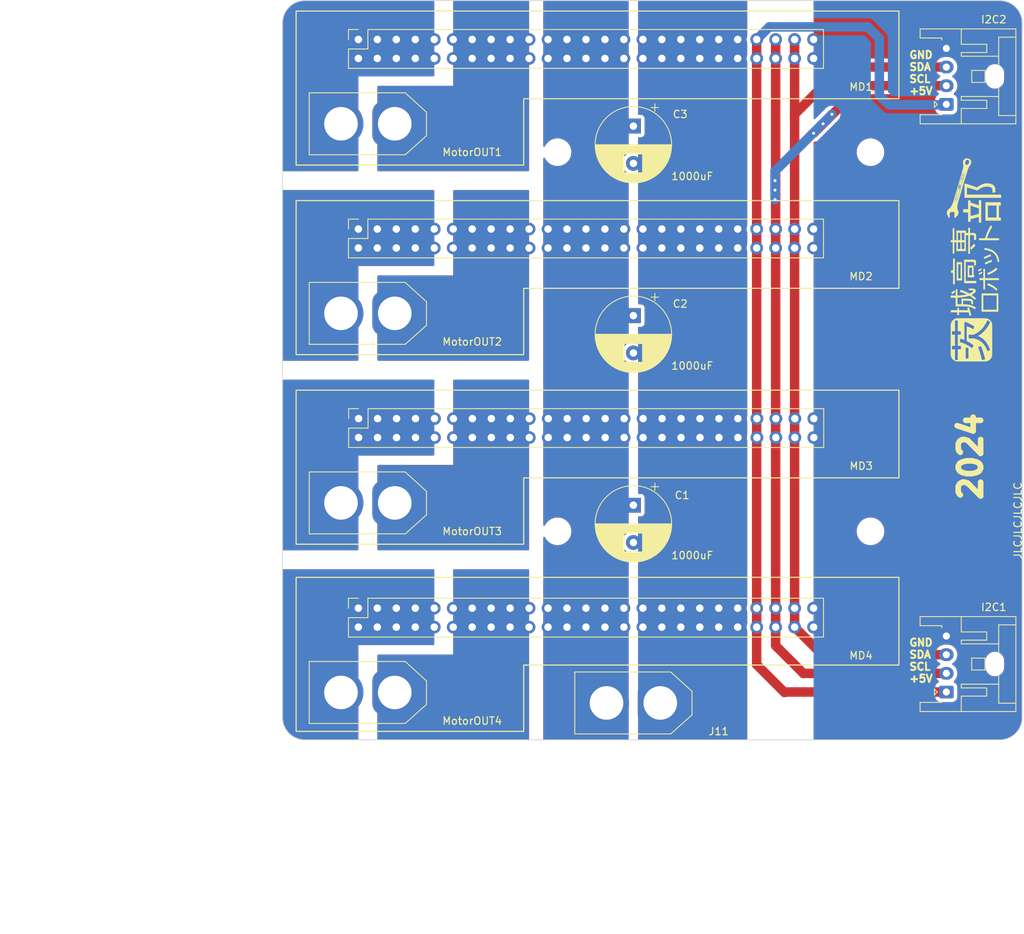
<source format=kicad_pcb>
(kicad_pcb (version 20221018) (generator pcbnew)
  (layers (0 "F.Cu" signal) (31 "B.Cu" signal) (34 "B.Paste" user) (35 "F.Paste" user) (36 "B.SilkS" user "B.Silkscreen") (37 "F.SilkS" user "F.Silkscreen") (38 "B.Mask" user) (39 "F.Mask" user) (44 "Edge.Cuts" user))
  (net 0 "")
  (net 1 "Motor_1A")
  (net 2 "Motor_1B")
  (net 3 "Motor_2A")
  (net 4 "Motor_2B")
  (net 5 "Motor_3A")
  (net 6 "Motor_3B")
  (net 7 "Motor_4A")
  (net 8 "Motor_4B")
  (net 9 "+5V")
  (net 10 "GND")
  (net 11 "+12V")
  (net 12 "GNDPWR")
  (net 13 "SDA")
  (net 14 "SCL")
  (footprint "Connector_JST:JST_XA_S04B-XASK-1_1x04_P2.50mm_Horizontal" (layer "F.Cu") (at 181.691323 68.52 90)
    (fp_text reference "I2C2" (at 11.37 6.35 180) (layer "F.SilkS"))
    (fp_text value "S04B")
    (pad "" np_thru_hole oval (at 3.75 6.5 90) (size 2.8 2) (drill oval 2.8 2) (layers "*.Cu" "*.Mask"))
    (pad "1" thru_hole roundrect (at 0 0 90) (size 1.7 1.95) (drill 0.95) (layers "*.Cu" "*.Mask") (roundrect_rratio 0.1470588235) (net 9 "+5V"))
    (pad "2" thru_hole oval (at 2.5 0 90) (size 1.7 1.95) (drill 0.95) (layers "*.Cu" "*.Mask") (net 14 "SCL"))
    (pad "3" thru_hole oval (at 5 0 90) (size 1.7 1.95) (drill 0.95) (layers "*.Cu" "*.Mask") (net 13 "SDA"))
    (pad "4" thru_hole oval (at 7.5 0 90) (size 1.7 1.95) (drill 0.95) (layers "*.Cu" "*.Mask") (net 10 "GND"))
  )
  (footprint "MountingHole:MountingHole_3.2mm_M3" (layer "F.Cu") (at 129.621323 125.73)
    (fp_text reference "REF**" hide)
    (fp_text value "MountingHole_3.2mm_M3")
    (pad "" np_thru_hole circle (at 0 0) (size 3.2 3.2) (drill 3.2) (layers "F&B.Cu" "*.Mask"))
  )
  (footprint "Connector_AMASS:AMASS_XT60-F_1x02_P7.20mm_Vertical" (layer "F.Cu") (at 107.821323 121.92 180)
    (fp_text reference "MotorOUT3" (at -10.37 -3.81) (layer "F.SilkS"))
    (fp_text value "XT60")
    (pad "1" thru_hole roundrect (at 0 0 180) (size 6 6) (drill 4.5) (layers "*.Cu" "*.Mask") (net 6 "Motor_3B"))
    (pad "2" thru_hole circle (at 7.2 0 180) (size 6 6) (drill 4.5) (layers "*.Cu" "*.Mask") (net 5 "Motor_3A"))
  )
  (footprint "Connector_PinSocket_2.54mm:PinSocket_2x25_P2.54mm_Vertical" (layer "F.Cu") (at 102.981323 110.624677 90)
    (fp_text reference "MD3" (at -6.35 67.31) (layer "F.SilkS"))
    (fp_text value "XG4A-5071")
    (pad "1" thru_hole rect (at 0 0 90) (size 1.7 1.7) (drill 1) (layers "*.Cu" "*.Mask") (net 5 "Motor_3A"))
    (pad "2" thru_hole oval (at -2.54 0 90) (size 1.7 1.7) (drill 1) (layers "*.Cu" "*.Mask") (net 5 "Motor_3A"))
    (pad "3" thru_hole oval (at 0 2.54 90) (size 1.7 1.7) (drill 1) (layers "*.Cu" "*.Mask") (net 5 "Motor_3A"))
    (pad "4" thru_hole oval (at -2.54 2.54 90) (size 1.7 1.7) (drill 1) (layers "*.Cu" "*.Mask") (net 5 "Motor_3A"))
    (pad "5" thru_hole oval (at 0 5.08 90) (size 1.7 1.7) (drill 1) (layers "*.Cu" "*.Mask") (net 5 "Motor_3A"))
    (pad "6" thru_hole oval (at -2.54 5.08 90) (size 1.7 1.7) (drill 1) (layers "*.Cu" "*.Mask") (net 5 "Motor_3A"))
    (pad "7" thru_hole oval (at 0 7.62 90) (size 1.7 1.7) (drill 1) (layers "*.Cu" "*.Mask") (net 5 "Motor_3A"))
    (pad "8" thru_hole oval (at -2.54 7.62 90) (size 1.7 1.7) (drill 1) (layers "*.Cu" "*.Mask") (net 5 "Motor_3A"))
    (pad "9" thru_hole oval (at 0 10.16 90) (size 1.7 1.7) (drill 1) (layers "*.Cu" "*.Mask") (net 5 "Motor_3A"))
    (pad "10" thru_hole oval (at -2.54 10.16 90) (size 1.7 1.7) (drill 1) (layers "*.Cu" "*.Mask") (net 5 "Motor_3A"))
    (pad "11" thru_hole oval (at 0 12.7 90) (size 1.7 1.7) (drill 1) (layers "*.Cu" "*.Mask") (net 6 "Motor_3B"))
    (pad "12" thru_hole oval (at -2.54 12.7 90) (size 1.7 1.7) (drill 1) (layers "*.Cu" "*.Mask") (net 6 "Motor_3B"))
    (pad "13" thru_hole oval (at 0 15.24 90) (size 1.7 1.7) (drill 1) (layers "*.Cu" "*.Mask") (net 6 "Motor_3B"))
    (pad "14" thru_hole oval (at -2.54 15.24 90) (size 1.7 1.7) (drill 1) (layers "*.Cu" "*.Mask") (net 6 "Motor_3B"))
    (pad "15" thru_hole oval (at 0 17.78 90) (size 1.7 1.7) (drill 1) (layers "*.Cu" "*.Mask") (net 6 "Motor_3B"))
    (pad "16" thru_hole oval (at -2.54 17.78 90) (size 1.7 1.7) (drill 1) (layers "*.Cu" "*.Mask") (net 6 "Motor_3B"))
    (pad "17" thru_hole oval (at 0 20.32 90) (size 1.7 1.7) (drill 1) (layers "*.Cu" "*.Mask") (net 6 "Motor_3B"))
    (pad "18" thru_hole oval (at -2.54 20.32 90) (size 1.7 1.7) (drill 1) (layers "*.Cu" "*.Mask") (net 6 "Motor_3B"))
    (pad "19" thru_hole oval (at 0 22.86 90) (size 1.7 1.7) (drill 1) (layers "*.Cu" "*.Mask") (net 6 "Motor_3B"))
    (pad "20" thru_hole oval (at -2.54 22.86 90) (size 1.7 1.7) (drill 1) (layers "*.Cu" "*.Mask") (net 6 "Motor_3B"))
    (pad "21" thru_hole oval (at 0 25.4 90) (size 1.7 1.7) (drill 1) (layers "*.Cu" "*.Mask") (net 11 "+12V"))
    (pad "22" thru_hole oval (at -2.54 25.4 90) (size 1.7 1.7) (drill 1) (layers "*.Cu" "*.Mask") (net 11 "+12V"))
    (pad "23" thru_hole oval (at 0 27.94 90) (size 1.7 1.7) (drill 1) (layers "*.Cu" "*.Mask") (net 11 "+12V"))
    (pad "24" thru_hole oval (at -2.54 27.94 90) (size 1.7 1.7) (drill 1) (layers "*.Cu" "*.Mask") (net 11 "+12V"))
    (pad "25" thru_hole oval (at 0 30.48 90) (size 1.7 1.7) (drill 1) (layers "*.Cu" "*.Mask") (net 11 "+12V"))
    (pad "26" thru_hole oval (at -2.54 30.48 90) (size 1.7 1.7) (drill 1) (layers "*.Cu" "*.Mask") (net 11 "+12V"))
    (pad "27" thru_hole oval (at 0 33.02 90) (size 1.7 1.7) (drill 1) (layers "*.Cu" "*.Mask") (net 11 "+12V"))
    (pad "28" thru_hole oval (at -2.54 33.02 90) (size 1.7 1.7) (drill 1) (layers "*.Cu" "*.Mask") (net 11 "+12V"))
    (pad "29" thru_hole oval (at 0 35.56 90) (size 1.7 1.7) (drill 1) (layers "*.Cu" "*.Mask") (net 11 "+12V"))
    (pad "30" thru_hole oval (at -2.54 35.56 90) (size 1.7 1.7) (drill 1) (layers "*.Cu" "*.Mask") (net 11 "+12V"))
    (pad "31" thru_hole oval (at 0 38.1 90) (size 1.7 1.7) (drill 1) (layers "*.Cu" "*.Mask") (net 12 "GNDPWR"))
    (pad "32" thru_hole oval (at -2.54 38.1 90) (size 1.7 1.7) (drill 1) (layers "*.Cu" "*.Mask") (net 12 "GNDPWR"))
    (pad "33" thru_hole oval (at 0 40.64 90) (size 1.7 1.7) (drill 1) (layers "*.Cu" "*.Mask") (net 12 "GNDPWR"))
    (pad "34" thru_hole oval (at -2.54 40.64 90) (size 1.7 1.7) (drill 1) (layers "*.Cu" "*.Mask") (net 12 "GNDPWR"))
    (pad "35" thru_hole oval (at 0 43.18 90) (size 1.7 1.7) (drill 1) (layers "*.Cu" "*.Mask") (net 12 "GNDPWR"))
    (pad "36" thru_hole oval (at -2.54 43.18 90) (size 1.7 1.7) (drill 1) (layers "*.Cu" "*.Mask") (net 12 "GNDPWR"))
    (pad "37" thru_hole oval (at 0 45.72 90) (size 1.7 1.7) (drill 1) (layers "*.Cu" "*.Mask") (net 12 "GNDPWR"))
    (pad "38" thru_hole oval (at -2.54 45.72 90) (size 1.7 1.7) (drill 1) (layers "*.Cu" "*.Mask") (net 12 "GNDPWR"))
    (pad "39" thru_hole oval (at 0 48.26 90) (size 1.7 1.7) (drill 1) (layers "*.Cu" "*.Mask") (net 12 "GNDPWR"))
    (pad "40" thru_hole oval (at -2.54 48.26 90) (size 1.7 1.7) (drill 1) (layers "*.Cu" "*.Mask") (net 12 "GNDPWR"))
    (pad "41" thru_hole oval (at 0 50.8 90) (size 1.7 1.7) (drill 1) (layers "*.Cu" "*.Mask") (net 12 "GNDPWR"))
    (pad "42" thru_hole oval (at -2.54 50.8 90) (size 1.7 1.7) (drill 1) (layers "*.Cu" "*.Mask") (net 12 "GNDPWR"))
    (pad "43" thru_hole oval (at 0 53.34 90) (size 1.7 1.7) (drill 1) (layers "*.Cu" "*.Mask") (net 9 "+5V"))
    (pad "44" thru_hole oval (at -2.54 53.34 90) (size 1.7 1.7) (drill 1) (layers "*.Cu" "*.Mask") (net 9 "+5V"))
    (pad "45" thru_hole oval (at 0 55.88 90) (size 1.7 1.7) (drill 1) (layers "*.Cu" "*.Mask") (net 14 "SCL"))
    (pad "46" thru_hole oval (at -2.54 55.88 90) (size 1.7 1.7) (drill 1) (layers "*.Cu" "*.Mask") (net 14 "SCL"))
    (pad "47" thru_hole oval (at 0 58.42 90) (size 1.7 1.7) (drill 1) (layers "*.Cu" "*.Mask") (net 13 "SDA"))
    (pad "48" thru_hole oval (at -2.54 58.42 90) (size 1.7 1.7) (drill 1) (layers "*.Cu" "*.Mask") (net 13 "SDA"))
    (pad "49" thru_hole oval (at 0 60.96 90) (size 1.7 1.7) (drill 1) (layers "*.Cu" "*.Mask") (net 10 "GND"))
    (pad "50" thru_hole oval (at -2.54 60.96 90) (size 1.7 1.7) (drill 1) (layers "*.Cu" "*.Mask") (net 10 "GND"))
  )
  (footprint "MountingHole:MountingHole_3.2mm_M3" (layer "F.Cu") (at 171.531323 74.93)
    (fp_text reference "REF**" hide)
    (fp_text value "MountingHole_3.2mm_M3")
    (pad "" np_thru_hole circle (at 0 0) (size 3.2 3.2) (drill 3.2) (layers "F&B.Cu" "*.Mask"))
  )
  (footprint "Connector_AMASS:AMASS_XT60-F_1x02_P7.20mm_Vertical" (layer "F.Cu") (at 107.821323 71.12 180)
    (fp_text reference "MotorOUT1" (at -10.37 -3.81) (layer "F.SilkS"))
    (fp_text value "XT60")
    (pad "1" thru_hole roundrect (at 0 0 180) (size 6 6) (drill 4.5) (layers "*.Cu" "*.Mask") (net 2 "Motor_1B"))
    (pad "2" thru_hole circle (at 7.2 0 180) (size 6 6) (drill 4.5) (layers "*.Cu" "*.Mask") (net 1 "Motor_1A"))
  )
  (footprint "Connector_AMASS:AMASS_XT60-M_1x02_P7.20mm_Vertical" (layer "F.Cu") (at 143.381323 148.724677 180)
    (fp_text reference "J11" (at -7.83 -3.81) (layer "F.SilkS"))
    (fp_text value "PWR_IN")
    (pad "1" thru_hole roundrect (at 0 0 180) (size 6 6) (drill 4.5) (layers "*.Cu" "*.Mask") (net 12 "GNDPWR"))
    (pad "2" thru_hole circle (at 7.2 0 180) (size 6 6) (drill 4.5) (layers "*.Cu" "*.Mask") (net 11 "+12V"))
  )
  (footprint "Connector_AMASS:AMASS_XT60-F_1x02_P7.20mm_Vertical" (layer "F.Cu") (at 107.821323 96.52 180)
    (fp_text reference "MotorOUT2" (at -10.37 -3.81) (layer "F.SilkS"))
    (fp_text value "XT60")
    (pad "1" thru_hole roundrect (at 0 0 180) (size 6 6) (drill 4.5) (layers "*.Cu" "*.Mask") (net 4 "Motor_2B"))
    (pad "2" thru_hole circle (at 7.2 0 180) (size 6 6) (drill 4.5) (layers "*.Cu" "*.Mask") (net 3 "Motor_2A"))
  )
  (footprint "MountingHole:MountingHole_3.2mm_M3" (layer "F.Cu") (at 129.621323 74.93)
    (fp_text reference "REF**" hide)
    (fp_text value "MountingHole_3.2mm_M3")
    (pad "" np_thru_hole circle (at 0 0) (size 3.2 3.2) (drill 3.2) (layers "F&B.Cu" "*.Mask"))
  )
  (footprint "Connector_JST:JST_XA_S04B-XASK-1_1x04_P2.50mm_Horizontal" (layer "F.Cu") (at 181.691323 147.26 90)
    (fp_text reference "I2C1" (at 11.37 6.35 180) (layer "F.SilkS"))
    (fp_text value "S04B")
    (pad "" np_thru_hole oval (at 3.75 6.5 90) (size 2.8 2) (drill oval 2.8 2) (layers "*.Cu" "*.Mask"))
    (pad "1" thru_hole roundrect (at 0 0 90) (size 1.7 1.95) (drill 0.95) (layers "*.Cu" "*.Mask") (roundrect_rratio 0.1470588235) (net 9 "+5V"))
    (pad "2" thru_hole oval (at 2.5 0 90) (size 1.7 1.95) (drill 0.95) (layers "*.Cu" "*.Mask") (net 14 "SCL"))
    (pad "3" thru_hole oval (at 5 0 90) (size 1.7 1.95) (drill 0.95) (layers "*.Cu" "*.Mask") (net 13 "SDA"))
    (pad "4" thru_hole oval (at 7.5 0 90) (size 1.7 1.95) (drill 0.95) (layers "*.Cu" "*.Mask") (net 10 "GND"))
  )
  (footprint "Connector_PinSocket_2.54mm:PinSocket_2x25_P2.54mm_Vertical" (layer "F.Cu") (at 102.951323 59.824677 90)
    (fp_text reference "MD1" (at -6.35 67.31) (layer "F.SilkS"))
    (fp_text value "XG4A-5071")
    (pad "1" thru_hole rect (at 0 0 90) (size 1.7 1.7) (drill 1) (layers "*.Cu" "*.Mask") (net 1 "Motor_1A"))
    (pad "2" thru_hole oval (at -2.54 0 90) (size 1.7 1.7) (drill 1) (layers "*.Cu" "*.Mask") (net 1 "Motor_1A"))
    (pad "3" thru_hole oval (at 0 2.54 90) (size 1.7 1.7) (drill 1) (layers "*.Cu" "*.Mask") (net 1 "Motor_1A"))
    (pad "4" thru_hole oval (at -2.54 2.54 90) (size 1.7 1.7) (drill 1) (layers "*.Cu" "*.Mask") (net 1 "Motor_1A"))
    (pad "5" thru_hole oval (at 0 5.08 90) (size 1.7 1.7) (drill 1) (layers "*.Cu" "*.Mask") (net 1 "Motor_1A"))
    (pad "6" thru_hole oval (at -2.54 5.08 90) (size 1.7 1.7) (drill 1) (layers "*.Cu" "*.Mask") (net 1 "Motor_1A"))
    (pad "7" thru_hole oval (at 0 7.62 90) (size 1.7 1.7) (drill 1) (layers "*.Cu" "*.Mask") (net 1 "Motor_1A"))
    (pad "8" thru_hole oval (at -2.54 7.62 90) (size 1.7 1.7) (drill 1) (layers "*.Cu" "*.Mask") (net 1 "Motor_1A"))
    (pad "9" thru_hole oval (at 0 10.16 90) (size 1.7 1.7) (drill 1) (layers "*.Cu" "*.Mask") (net 1 "Motor_1A"))
    (pad "10" thru_hole oval (at -2.54 10.16 90) (size 1.7 1.7) (drill 1) (layers "*.Cu" "*.Mask") (net 1 "Motor_1A"))
    (pad "11" thru_hole oval (at 0 12.7 90) (size 1.7 1.7) (drill 1) (layers "*.Cu" "*.Mask") (net 2 "Motor_1B"))
    (pad "12" thru_hole oval (at -2.54 12.7 90) (size 1.7 1.7) (drill 1) (layers "*.Cu" "*.Mask") (net 2 "Motor_1B"))
    (pad "13" thru_hole oval (at 0 15.24 90) (size 1.7 1.7) (drill 1) (layers "*.Cu" "*.Mask") (net 2 "Motor_1B"))
    (pad "14" thru_hole oval (at -2.54 15.24 90) (size 1.7 1.7) (drill 1) (layers "*.Cu" "*.Mask") (net 2 "Motor_1B"))
    (pad "15" thru_hole oval (at 0 17.78 90) (size 1.7 1.7) (drill 1) (layers "*.Cu" "*.Mask") (net 2 "Motor_1B"))
    (pad "16" thru_hole oval (at -2.54 17.78 90) (size 1.7 1.7) (drill 1) (layers "*.Cu" "*.Mask") (net 2 "Motor_1B"))
    (pad "17" thru_hole oval (at 0 20.32 90) (size 1.7 1.7) (drill 1) (layers "*.Cu" "*.Mask") (net 2 "Motor_1B"))
    (pad "18" thru_hole oval (at -2.54 20.32 90) (size 1.7 1.7) (drill 1) (layers "*.Cu" "*.Mask") (net 2 "Motor_1B"))
    (pad "19" thru_hole oval (at 0 22.86 90) (size 1.7 1.7) (drill 1) (layers "*.Cu" "*.Mask") (net 2 "Motor_1B"))
    (pad "20" thru_hole oval (at -2.54 22.86 90) (size 1.7 1.7) (drill 1) (layers "*.Cu" "*.Mask") (net 2 "Motor_1B"))
    (pad "21" thru_hole oval (at 0 25.4 90) (size 1.7 1.7) (drill 1) (layers "*.Cu" "*.Mask") (net 11 "+12V"))
    (pad "22" thru_hole oval (at -2.54 25.4 90) (size 1.7 1.7) (drill 1) (layers "*.Cu" "*.Mask") (net 11 "+12V"))
    (pad "23" thru_hole oval (at 0 27.94 90) (size 1.7 1.7) (drill 1) (layers "*.Cu" "*.Mask") (net 11 "+12V"))
    (pad "24" thru_hole oval (at -2.54 27.94 90) (size 1.7 1.7) (drill 1) (layers "*.Cu" "*.Mask") (net 11 "+12V"))
    (pad "25" thru_hole oval (at 0 30.48 90) (size 1.7 1.7) (drill 1) (layers "*.Cu" "*.Mask") (net 11 "+12V"))
    (pad "26" thru_hole oval (at -2.54 30.48 90) (size 1.7 1.7) (drill 1) (layers "*.Cu" "*.Mask") (net 11 "+12V"))
    (pad "27" thru_hole oval (at 0 33.02 90) (size 1.7 1.7) (drill 1) (layers "*.Cu" "*.Mask") (net 11 "+12V"))
    (pad "28" thru_hole oval (at -2.54 33.02 90) (size 1.7 1.7) (drill 1) (layers "*.Cu" "*.Mask") (net 11 "+12V"))
    (pad "29" thru_hole oval (at 0 35.56 90) (size 1.7 1.7) (drill 1) (layers "*.Cu" "*.Mask") (net 11 "+12V"))
    (pad "30" thru_hole oval (at -2.54 35.56 90) (size 1.7 1.7) (drill 1) (layers "*.Cu" "*.Mask") (net 11 "+12V"))
    (pad "31" thru_hole oval (at 0 38.1 90) (size 1.7 1.7) (drill 1) (layers "*.Cu" "*.Mask") (net 12 "GNDPWR"))
    (pad "32" thru_hole oval (at -2.54 38.1 90) (size 1.7 1.7) (drill 1) (layers "*.Cu" "*.Mask") (net 12 "GNDPWR"))
    (pad "33" thru_hole oval (at 0 40.64 90) (size 1.7 1.7) (drill 1) (layers "*.Cu" "*.Mask") (net 12 "GNDPWR"))
    (pad "34" thru_hole oval (at -2.54 40.64 90) (size 1.7 1.7) (drill 1) (layers "*.Cu" "*.Mask") (net 12 "GNDPWR"))
    (pad "35" thru_hole oval (at 0 43.18 90) (size 1.7 1.7) (drill 1) (layers "*.Cu" "*.Mask") (net 12 "GNDPWR"))
    (pad "36" thru_hole oval (at -2.54 43.18 90) (size 1.7 1.7) (drill 1) (layers "*.Cu" "*.Mask") (net 12 "GNDPWR"))
    (pad "37" thru_hole oval (at 0 45.72 90) (size 1.7 1.7) (drill 1) (layers "*.Cu" "*.Mask") (net 12 "GNDPWR"))
    (pad "38" thru_hole oval (at -2.54 45.72 90) (size 1.7 1.7) (drill 1) (layers "*.Cu" "*.Mask") (net 12 "GNDPWR"))
    (pad "39" thru_hole oval (at 0 48.26 90) (size 1.7 1.7) (drill 1) (layers "*.Cu" "*.Mask") (net 12 "GNDPWR"))
    (pad "40" thru_hole oval (at -2.54 48.26 90) (size 1.7 1.7) (drill 1) (layers "*.Cu" "*.Mask") (net 12 "GNDPWR"))
    (pad "41" thru_hole oval (at 0 50.8 90) (size 1.7 1.7) (drill 1) (layers "*.Cu" "*.Mask") (net 12 "GNDPWR"))
    (pad "42" thru_hole oval (at -2.54 50.8 90) (size 1.7 1.7) (drill 1) (layers "*.Cu" "*.Mask") (net 12 "GNDPWR"))
    (pad "43" thru_hole oval (at 0 53.34 90) (size 1.7 1.7) (drill 1) (layers "*.Cu" "*.Mask") (net 9 "+5V"))
    (pad "44" thru_hole oval (at -2.54 53.34 90) (size 1.7 1.7) (drill 1) (layers "*.Cu" "*.Mask") (net 9 "+5V"))
    (pad "45" thru_hole oval (at 0 55.88 90) (size 1.7 1.7) (drill 1) (layers "*.Cu" "*.Mask") (net 14 "SCL"))
    (pad "46" thru_hole oval (at -2.54 55.88 90) (size 1.7 1.7) (drill 1) (layers "*.Cu" "*.Mask") (net 14 "SCL"))
    (pad "47" thru_hole oval (at 0 58.42 90) (size 1.7 1.7) (drill 1) (layers "*.Cu" "*.Mask") (net 13 "SDA"))
    (pad "48" thru_hole oval (at -2.54 58.42 90) (size 1.7 1.7) (drill 1) (layers "*.Cu" "*.Mask") (net 13 "SDA"))
    (pad "49" thru_hole oval (at 0 60.96 90) (size 1.7 1.7) (drill 1) (layers "*.Cu" "*.Mask") (net 10 "GND"))
    (pad "50" thru_hole oval (at -2.54 60.96 90) (size 1.7 1.7) (drill 1) (layers "*.Cu" "*.Mask") (net 10 "GND"))
  )
  (footprint "2layer:logo_small" (layer "F.Cu") (at 185.42 88.9 90)
    (fp_text reference "G***" hide)
    (fp_text value "LOGO" hide)
  )
  (footprint "Capacitor_THT:CP_Radial_D10.0mm_P5.00mm" (layer "F.Cu") (at 139.781323 96.827 -90)
    (fp_text reference "C2" (at -1.577 -6.268677 -180) (layer "F.SilkS"))
    (fp_text value "1000uF")
    (pad "1" thru_hole rect (at 0 0 270) (size 2 2) (drill 1) (layers "*.Cu" "*.Mask") (net 11 "+12V"))
    (pad "2" thru_hole circle (at 5 0 270) (size 2 2) (drill 1) (layers "*.Cu" "*.Mask") (net 12 "GNDPWR"))
  )
  (footprint "Capacitor_THT:CP_Radial_D10.0mm_P5.00mm" (layer "F.Cu") (at 139.781323 71.427 -90)
    (fp_text reference "C3" (at -1.577 -6.268677 -180) (layer "F.SilkS"))
    (fp_text value "1000uF")
    (pad "1" thru_hole rect (at 0 0 270) (size 2 2) (drill 1) (layers "*.Cu" "*.Mask") (net 11 "+12V"))
    (pad "2" thru_hole circle (at 5 0 270) (size 2 2) (drill 1) (layers "*.Cu" "*.Mask") (net 12 "GNDPWR"))
  )
  (footprint "Connector_PinSocket_2.54mm:PinSocket_2x25_P2.54mm_Vertical" (layer "F.Cu") (at 102.951323 85.224677 90)
    (fp_text reference "MD2" (at -6.35 67.31) (layer "F.SilkS"))
    (fp_text value "XG4A-5071")
    (pad "1" thru_hole rect (at 0 0 90) (size 1.7 1.7) (drill 1) (layers "*.Cu" "*.Mask") (net 3 "Motor_2A"))
    (pad "2" thru_hole oval (at -2.54 0 90) (size 1.7 1.7) (drill 1) (layers "*.Cu" "*.Mask") (net 3 "Motor_2A"))
    (pad "3" thru_hole oval (at 0 2.54 90) (size 1.7 1.7) (drill 1) (layers "*.Cu" "*.Mask") (net 3 "Motor_2A"))
    (pad "4" thru_hole oval (at -2.54 2.54 90) (size 1.7 1.7) (drill 1) (layers "*.Cu" "*.Mask") (net 3 "Motor_2A"))
    (pad "5" thru_hole oval (at 0 5.08 90) (size 1.7 1.7) (drill 1) (layers "*.Cu" "*.Mask") (net 3 "Motor_2A"))
    (pad "6" thru_hole oval (at -2.54 5.08 90) (size 1.7 1.7) (drill 1) (layers "*.Cu" "*.Mask") (net 3 "Motor_2A"))
    (pad "7" thru_hole oval (at 0 7.62 90) (size 1.7 1.7) (drill 1) (layers "*.Cu" "*.Mask") (net 3 "Motor_2A"))
    (pad "8" thru_hole oval (at -2.54 7.62 90) (size 1.7 1.7) (drill 1) (layers "*.Cu" "*.Mask") (net 3 "Motor_2A"))
    (pad "9" thru_hole oval (at 0 10.16 90) (size 1.7 1.7) (drill 1) (layers "*.Cu" "*.Mask") (net 3 "Motor_2A"))
    (pad "10" thru_hole oval (at -2.54 10.16 90) (size 1.7 1.7) (drill 1) (layers "*.Cu" "*.Mask") (net 3 "Motor_2A"))
    (pad "11" thru_hole oval (at 0 12.7 90) (size 1.7 1.7) (drill 1) (layers "*.Cu" "*.Mask") (net 4 "Motor_2B"))
    (pad "12" thru_hole oval (at -2.54 12.7 90) (size 1.7 1.7) (drill 1) (layers "*.Cu" "*.Mask") (net 4 "Motor_2B"))
    (pad "13" thru_hole oval (at 0 15.24 90) (size 1.7 1.7) (drill 1) (layers "*.Cu" "*.Mask") (net 4 "Motor_2B"))
    (pad "14" thru_hole oval (at -2.54 15.24 90) (size 1.7 1.7) (drill 1) (layers "*.Cu" "*.Mask") (net 4 "Motor_2B"))
    (pad "15" thru_hole oval (at 0 17.78 90) (size 1.7 1.7) (drill 1) (layers "*.Cu" "*.Mask") (net 4 "Motor_2B"))
    (pad "16" thru_hole oval (at -2.54 17.78 90) (size 1.7 1.7) (drill 1) (layers "*.Cu" "*.Mask") (net 4 "Motor_2B"))
    (pad "17" thru_hole oval (at 0 20.32 90) (size 1.7 1.7) (drill 1) (layers "*.Cu" "*.Mask") (net 4 "Motor_2B"))
    (pad "18" thru_hole oval (at -2.54 20.32 90) (size 1.7 1.7) (drill 1) (layers "*.Cu" "*.Mask") (net 4 "Motor_2B"))
    (pad "19" thru_hole oval (at 0 22.86 90) (size 1.7 1.7) (drill 1) (layers "*.Cu" "*.Mask") (net 4 "Motor_2B"))
    (pad "20" thru_hole oval (at -2.54 22.86 90) (size 1.7 1.7) (drill 1) (layers "*.Cu" "*.Mask") (net 4 "Motor_2B"))
    (pad "21" thru_hole oval (at 0 25.4 90) (size 1.7 1.7) (drill 1) (layers "*.Cu" "*.Mask") (net 11 "+12V"))
    (pad "22" thru_hole oval (at -2.54 25.4 90) (size 1.7 1.7) (drill 1) (layers "*.Cu" "*.Mask") (net 11 "+12V"))
    (pad "23" thru_hole oval (at 0 27.94 90) (size 1.7 1.7) (drill 1) (layers "*.Cu" "*.Mask") (net 11 "+12V"))
    (pad "24" thru_hole oval (at -2.54 27.94 90) (size 1.7 1.7) (drill 1) (layers "*.Cu" "*.Mask") (net 11 "+12V"))
    (pad "25" thru_hole oval (at 0 30.48 90) (size 1.7 1.7) (drill 1) (layers "*.Cu" "*.Mask") (net 11 "+12V"))
    (pad "26" thru_hole oval (at -2.54 30.48 90) (size 1.7 1.7) (drill 1) (layers "*.Cu" "*.Mask") (net 11 "+12V"))
    (pad "27" thru_hole oval (at 0 33.02 90) (size 1.7 1.7) (drill 1) (layers "*.Cu" "*.Mask") (net 11 "+12V"))
    (pad "28" thru_hole oval (at -2.54 33.02 90) (size 1.7 1.7) (drill 1) (layers "*.Cu" "*.Mask") (net 11 "+12V"))
    (pad "29" thru_hole oval (at 0 35.56 90) (size 1.7 1.7) (drill 1) (layers "*.Cu" "*.Mask") (net 11 "+12V"))
    (pad "30" thru_hole oval (at -2.54 35.56 90) (size 1.7 1.7) (drill 1) (layers "*.Cu" "*.Mask") (net 11 "+12V"))
    (pad "31" thru_hole oval (at 0 38.1 90) (size 1.7 1.7) (drill 1) (layers "*.Cu" "*.Mask") (net 12 "GNDPWR"))
    (pad "32" thru_hole oval (at -2.54 38.1 90) (size 1.7 1.7) (drill 1) (layers "*.Cu" "*.Mask") (net 12 "GNDPWR"))
    (pad "33" thru_hole oval (at 0 40.64 90) (size 1.7 1.7) (drill 1) (layers "*.Cu" "*.Mask") (net 12 "GNDPWR"))
    (pad "34" thru_hole oval (at -2.54 40.64 90) (size 1.7 1.7) (drill 1) (layers "*.Cu" "*.Mask") (net 12 "GNDPWR"))
    (pad "35" thru_hole oval (at 0 43.18 90) (size 1.7 1.7) (drill 1) (layers "*.Cu" "*.Mask") (net 12 "GNDPWR"))
    (pad "36" thru_hole oval (at -2.54 43.18 90) (size 1.7 1.7) (drill 1) (layers "*.Cu" "*.Mask") (net 12 "GNDPWR"))
    (pad "37" thru_hole oval (at 0 45.72 90) (size 1.7 1.7) (drill 1) (layers "*.Cu" "*.Mask") (net 12 "GNDPWR"))
    (pad "38" thru_hole oval (at -2.54 45.72 90) (size 1.7 1.7) (drill 1) (layers "*.Cu" "*.Mask") (net 12 "GNDPWR"))
    (pad "39" thru_hole oval (at 0 48.26 90) (size 1.7 1.7) (drill 1) (layers "*.Cu" "*.Mask") (net 12 "GNDPWR"))
    (pad "40" thru_hole oval (at -2.54 48.26 90) (size 1.7 1.7) (drill 1) (layers "*.Cu" "*.Mask") (net 12 "GNDPWR"))
    (pad "41" thru_hole oval (at 0 50.8 90) (size 1.7 1.7) (drill 1) (layers "*.Cu" "*.Mask") (net 12 "GNDPWR"))
    (pad "42" thru_hole oval (at -2.54 50.8 90) (size 1.7 1.7) (drill 1) (layers "*.Cu" "*.Mask") (net 12 "GNDPWR"))
    (pad "43" thru_hole oval (at 0 53.34 90) (size 1.7 1.7) (drill 1) (layers "*.Cu" "*.Mask") (net 9 "+5V"))
    (pad "44" thru_hole oval (at -2.54 53.34 90) (size 1.7 1.7) (drill 1) (layers "*.Cu" "*.Mask") (net 9 "+5V"))
    (pad "45" thru_hole oval (at 0 55.88 90) (size 1.7 1.7) (drill 1) (layers "*.Cu" "*.Mask") (net 14 "SCL"))
    (pad "46" thru_hole oval (at -2.54 55.88 90) (size 1.7 1.7) (drill 1) (layers "*.Cu" "*.Mask") (net 14 "SCL"))
    (pad "47" thru_hole oval (at 0 58.42 90) (size 1.7 1.7) (drill 1) (layers "*.Cu" "*.Mask") (net 13 "SDA"))
    (pad "48" thru_hole oval (at -2.54 58.42 90) (size 1.7 1.7) (drill 1) (layers "*.Cu" "*.Mask") (net 13 "SDA"))
    (pad "49" thru_hole oval (at 0 60.96 90) (size 1.7 1.7) (drill 1) (layers "*.Cu" "*.Mask") (net 10 "GND"))
    (pad "50" thru_hole oval (at -2.54 60.96 90) (size 1.7 1.7) (drill 1) (layers "*.Cu" "*.Mask") (net 10 "GND"))
  )
  (footprint "MountingHole:MountingHole_3.2mm_M3" (layer "F.Cu") (at 171.531323 125.73)
    (fp_text reference "REF**" hide)
    (fp_text value "MountingHole_3.2mm_M3")
    (pad "" np_thru_hole circle (at 0 0) (size 3.2 3.2) (drill 3.2) (layers "F&B.Cu" "*.Mask"))
  )
  (footprint "Capacitor_THT:CP_Radial_D10.0mm_P5.00mm" (layer "F.Cu") (at 139.781323 122.227 -90)
    (fp_text reference "C1" (at -1.323 -6.522677) (layer "F.SilkS"))
    (fp_text value "1000uF")
    (pad "1" thru_hole rect (at 0 0 270) (size 2 2) (drill 1) (layers "*.Cu" "*.Mask") (net 11 "+12V"))
    (pad "2" thru_hole circle (at 5 0 270) (size 2 2) (drill 1) (layers "*.Cu" "*.Mask") (net 12 "GNDPWR"))
  )
  (footprint "Connector_AMASS:AMASS_XT60-F_1x02_P7.20mm_Vertical" (layer "F.Cu") (at 107.821323 147.32 180)
    (fp_text reference "MotorOUT4" (at -10.37 -3.81) (layer "F.SilkS"))
    (fp_text value "XT60")
    (pad "1" thru_hole roundrect (at 0 0 180) (size 6 6) (drill 4.5) (layers "*.Cu" "*.Mask") (net 8 "Motor_4B"))
    (pad "2" thru_hole circle (at 7.2 0 180) (size 6 6) (drill 4.5) (layers "*.Cu" "*.Mask") (net 7 "Motor_4A"))
  )
  (footprint "Connector_PinSocket_2.54mm:PinSocket_2x25_P2.54mm_Vertical" (layer "F.Cu") (at 102.951323 136.024677 90)
    (fp_text reference "MD4" (at -6.35 67.31) (layer "F.SilkS"))
    (fp_text value "XG4A-5071")
    (pad "1" thru_hole rect (at 0 0 90) (size 1.7 1.7) (drill 1) (layers "*.Cu" "*.Mask") (net 7 "Motor_4A"))
    (pad "2" thru_hole oval (at -2.54 0 90) (size 1.7 1.7) (drill 1) (layers "*.Cu" "*.Mask") (net 7 "Motor_4A"))
    (pad "3" thru_hole oval (at 0 2.54 90) (size 1.7 1.7) (drill 1) (layers "*.Cu" "*.Mask") (net 7 "Motor_4A"))
    (pad "4" thru_hole oval (at -2.54 2.54 90) (size 1.7 1.7) (drill 1) (layers "*.Cu" "*.Mask") (net 7 "Motor_4A"))
    (pad "5" thru_hole oval (at 0 5.08 90) (size 1.7 1.7) (drill 1) (layers "*.Cu" "*.Mask") (net 7 "Motor_4A"))
    (pad "6" thru_hole oval (at -2.54 5.08 90) (size 1.7 1.7) (drill 1) (layers "*.Cu" "*.Mask") (net 7 "Motor_4A"))
    (pad "7" thru_hole oval (at 0 7.62 90) (size 1.7 1.7) (drill 1) (layers "*.Cu" "*.Mask") (net 7 "Motor_4A"))
    (pad "8" thru_hole oval (at -2.54 7.62 90) (size 1.7 1.7) (drill 1) (layers "*.Cu" "*.Mask") (net 7 "Motor_4A"))
    (pad "9" thru_hole oval (at 0 10.16 90) (size 1.7 1.7) (drill 1) (layers "*.Cu" "*.Mask") (net 7 "Motor_4A"))
    (pad "10" thru_hole oval (at -2.54 10.16 90) (size 1.7 1.7) (drill 1) (layers "*.Cu" "*.Mask") (net 7 "Motor_4A"))
    (pad "11" thru_hole oval (at 0 12.7 90) (size 1.7 1.7) (drill 1) (layers "*.Cu" "*.Mask") (net 8 "Motor_4B"))
    (pad "12" thru_hole oval (at -2.54 12.7 90) (size 1.7 1.7) (drill 1) (layers "*.Cu" "*.Mask") (net 8 "Motor_4B"))
    (pad "13" thru_hole oval (at 0 15.24 90) (size 1.7 1.7) (drill 1) (layers "*.Cu" "*.Mask") (net 8 "Motor_4B"))
    (pad "14" thru_hole oval (at -2.54 15.24 90) (size 1.7 1.7) (drill 1) (layers "*.Cu" "*.Mask") (net 8 "Motor_4B"))
    (pad "15" thru_hole oval (at 0 17.78 90) (size 1.7 1.7) (drill 1) (layers "*.Cu" "*.Mask") (net 8 "Motor_4B"))
    (pad "16" thru_hole oval (at -2.54 17.78 90) (size 1.7 1.7) (drill 1) (layers "*.Cu" "*.Mask") (net 8 "Motor_4B"))
    (pad "17" thru_hole oval (at 0 20.32 90) (size 1.7 1.7) (drill 1) (layers "*.Cu" "*.Mask") (net 8 "Motor_4B"))
    (pad "18" thru_hole oval (at -2.54 20.32 90) (size 1.7 1.7) (drill 1) (layers "*.Cu" "*.Mask") (net 8 "Motor_4B"))
    (pad "19" thru_hole oval (at 0 22.86 90) (size 1.7 1.7) (drill 1) (layers "*.Cu" "*.Mask") (net 8 "Motor_4B"))
    (pad "20" thru_hole oval (at -2.54 22.86 90) (size 1.7 1.7) (drill 1) (layers "*.Cu" "*.Mask") (net 8 "Motor_4B"))
    (pad "21" thru_hole oval (at 0 25.4 90) (size 1.7 1.7) (drill 1) (layers "*.Cu" "*.Mask") (net 11 "+12V"))
    (pad "22" thru_hole oval (at -2.54 25.4 90) (size 1.7 1.7) (drill 1) (layers "*.Cu" "*.Mask") (net 11 "+12V"))
    (pad "23" thru_hole oval (at 0 27.94 90) (size 1.7 1.7) (drill 1) (layers "*.Cu" "*.Mask") (net 11 "+12V"))
    (pad "24" thru_hole oval (at -2.54 27.94 90) (size 1.7 1.7) (drill 1) (layers "*.Cu" "*.Mask") (net 11 "+12V"))
    (pad "25" thru_hole oval (at 0 30.48 90) (size 1.7 1.7) (drill 1) (layers "*.Cu" "*.Mask") (net 11 "+12V"))
    (pad "26" thru_hole oval (at -2.54 30.48 90) (size 1.7 1.7) (drill 1) (layers "*.Cu" "*.Mask") (net 11 "+12V"))
    (pad "27" thru_hole oval (at 0 33.02 90) (size 1.7 1.7) (drill 1) (layers "*.Cu" "*.Mask") (net 11 "+12V"))
    (pad "28" thru_hole oval (at -2.54 33.02 90) (size 1.7 1.7) (drill 1) (layers "*.Cu" "*.Mask") (net 11 "+12V"))
    (pad "29" thru_hole oval (at 0 35.56 90) (size 1.7 1.7) (drill 1) (layers "*.Cu" "*.Mask") (net 11 "+12V"))
    (pad "30" thru_hole oval (at -2.54 35.56 90) (size 1.7 1.7) (drill 1) (layers "*.Cu" "*.Mask") (net 11 "+12V"))
    (pad "31" thru_hole oval (at 0 38.1 90) (size 1.7 1.7) (drill 1) (layers "*.Cu" "*.Mask") (net 12 "GNDPWR"))
    (pad "32" thru_hole oval (at -2.54 38.1 90) (size 1.7 1.7) (drill 1) (layers "*.Cu" "*.Mask") (net 12 "GNDPWR"))
    (pad "33" thru_hole oval (at 0 40.64 90) (size 1.7 1.7) (drill 1) (layers "*.Cu" "*.Mask") (net 12 "GNDPWR"))
    (pad "34" thru_hole oval (at -2.54 40.64 90) (size 1.7 1.7) (drill 1) (layers "*.Cu" "*.Mask") (net 12 "GNDPWR"))
    (pad "35" thru_hole oval (at 0 43.18 90) (size 1.7 1.7) (drill 1) (layers "*.Cu" "*.Mask") (net 12 "GNDPWR"))
    (pad "36" thru_hole oval (at -2.54 43.18 90) (size 1.7 1.7) (drill 1) (layers "*.Cu" "*.Mask") (net 12 "GNDPWR"))
    (pad "37" thru_hole oval (at 0 45.72 90) (size 1.7 1.7) (drill 1) (layers "*.Cu" "*.Mask") (net 12 "GNDPWR"))
    (pad "38" thru_hole oval (at -2.54 45.72 90) (size 1.7 1.7) (drill 1) (layers "*.Cu" "*.Mask") (net 12 "GNDPWR"))
    (pad "39" thru_hole oval (at 0 48.26 90) (size 1.7 1.7) (drill 1) (layers "*.Cu" "*.Mask") (net 12 "GNDPWR"))
    (pad "40" thru_hole oval (at -2.54 48.26 90) (size 1.7 1.7) (drill 1) (layers "*.Cu" "*.Mask") (net 12 "GNDPWR"))
    (pad "41" thru_hole oval (at 0 50.8 90) (size 1.7 1.7) (drill 1) (layers "*.Cu" "*.Mask") (net 12 "GNDPWR"))
    (pad "42" thru_hole oval (at -2.54 50.8 90) (size 1.7 1.7) (drill 1) (layers "*.Cu" "*.Mask") (net 12 "GNDPWR"))
    (pad "43" thru_hole oval (at 0 53.34 90) (size 1.7 1.7) (drill 1) (layers "*.Cu" "*.Mask") (net 9 "+5V"))
    (pad "44" thru_hole oval (at -2.54 53.34 90) (size 1.7 1.7) (drill 1) (layers "*.Cu" "*.Mask") (net 9 "+5V"))
    (pad "45" thru_hole oval (at 0 55.88 90) (size 1.7 1.7) (drill 1) (layers "*.Cu" "*.Mask") (net 14 "SCL"))
    (pad "46" thru_hole oval (at -2.54 55.88 90) (size 1.7 1.7) (drill 1) (layers "*.Cu" "*.Mask") (net 14 "SCL"))
    (pad "47" thru_hole oval (at 0 58.42 90) (size 1.7 1.7) (drill 1) (layers "*.Cu" "*.Mask") (net 13 "SDA"))
    (pad "48" thru_hole oval (at -2.54 58.42 90) (size 1.7 1.7) (drill 1) (layers "*.Cu" "*.Mask") (net 13 "SDA"))
    (pad "49" thru_hole oval (at 0 60.96 90) (size 1.7 1.7) (drill 1) (layers "*.Cu" "*.Mask") (net 10 "GND"))
    (pad "50" thru_hole oval (at -2.54 60.96 90) (size 1.7 1.7) (drill 1) (layers "*.Cu" "*.Mask") (net 10 "GND"))
  )
  (gr_poly (pts (xy 175.341323 118.564677) (xy 125.091323 118.564677) (xy 125.091323 127.454677) (xy 94.611323 127.454677) (xy 94.611323 106.814677) (xy 175.341323 106.814677)) (stroke (width 0.15)) (fill none) (layer "F.SilkS"))
  (gr_poly (pts (xy 175.341323 93.164677) (xy 125.091323 93.164677) (xy 125.091323 102.054677) (xy 94.611323 102.054677) (xy 94.611323 81.414677) (xy 175.341323 81.414677)) (stroke (width 0.15)) (fill none) (layer "F.SilkS"))
  (gr_poly (pts (xy 175.341323 67.764677) (xy 125.091323 67.764677) (xy 125.091323 76.654677) (xy 94.611323 76.654677) (xy 94.611323 56.014677) (xy 175.341323 56.014677)) (stroke (width 0.15)) (fill none) (layer "F.SilkS"))
  (gr_poly (pts (xy 175.341323 143.644677) (xy 125.091323 143.644677) (xy 125.091323 152.534677) (xy 94.611323 152.534677) (xy 94.611323 131.894677) (xy 175.341323 131.894677)) (stroke (width 0.15)) (fill none) (layer "F.SilkS"))
  (gr_arc (start 188.851323 54.61) (mid 190.972628 55.488688) (end 191.851323 57.61) (stroke (width 0.1)) (layer "Edge.Cuts"))
  (gr_line (start 92.791323 57.61) (end 92.791323 150.67) (stroke (width 0.1)) (layer "Edge.Cuts"))
  (gr_arc (start 95.791323 153.67) (mid 93.670003 152.79132) (end 92.791323 150.67) (stroke (width 0.1)) (layer "Edge.Cuts"))
  (gr_arc (start 92.791323 57.61) (mid 93.670004 55.488688) (end 95.791323 54.61) (stroke (width 0.1)) (layer "Edge.Cuts"))
  (gr_line (start 188.851323 54.61) (end 95.791323 54.61) (stroke (width 0.1)) (layer "Edge.Cuts"))
  (gr_arc (start 191.851323 150.67) (mid 190.972645 152.791328) (end 188.851323 153.67) (stroke (width 0.1)) (layer "Edge.Cuts"))
  (gr_line (start 95.791323 153.67) (end 188.851323 153.67) (stroke (width 0.1)) (layer "Edge.Cuts"))
  (gr_line (start 191.851323 150.67) (end 191.851323 57.61) (stroke (width 0.1)) (layer "Edge.Cuts"))
  (gr_text "2024" (at 186.69 121.92 90) (layer "F.SilkS") (effects (font (size 3 3) (thickness 0.75) bold) (justify left bottom)))
  (gr_text "GND\nSDA\nSCL\n+5V" (at 176.611323 146.05) (layer "F.SilkS") (effects (font (size 1 1) (thickness 0.25) bold) (justify left bottom)))
  (gr_text "1000uF" (at 144.78 78.74) (layer "F.SilkS") (effects (font (size 1 1)) (justify left bottom)))
  (gr_text "GND\nSDA\nSCL\n+5V" (at 176.611323 67.31) (layer "F.SilkS") (effects (font (size 1 1) (thickness 0.25) bold) (justify left bottom)))
  (gr_text "1000uF" (at 144.78 104.14) (layer "F.SilkS") (effects (font (size 1 1)) (justify left bottom)))
  (gr_text "1000uF" (at 144.78 129.54) (layer "F.SilkS") (effects (font (size 1 1)) (justify left bottom)))
  (gr_text "JLCJLCJLCJLC" (at 191.851323 129.54 90) (layer "F.SilkS") (effects (font (size 1 1)) (justify left bottom)))
  (segment (start 156.291323 143.591323) (end 156.291323 138.564677) (width 1.27) (layer "F.Cu") (net 9))
  (segment (start 156.291323 136.024677) (end 156.291323 59.824677) (width 1.27) (layer "F.Cu") (net 9))
  (segment (start 160.02 147.32) (end 156.291323 143.591323) (width 1.27) (layer "F.Cu") (net 9))
  (segment (start 156.291323 138.564677) (end 156.291323 136.024677) (width 1.27) (layer "F.Cu") (net 9))
  (segment (start 160.08 147.26) (end 160.02 147.32) (width 1.27) (layer "F.Cu") (net 9))
  (segment (start 181.691323 147.26) (end 160.08 147.26) (width 1.27) (layer "F.Cu") (net 9))
  (segment (start 171.169677 58.139677) (end 172.72 59.69) (width 1.27) (layer "B.Cu") (net 9))
  (segment (start 157.976323 58.139677) (end 171.169677 58.139677) (width 1.27) (layer "B.Cu") (net 9))
  (segment (start 173.99 68.58) (end 181.631323 68.58) (width 1.27) (layer "B.Cu") (net 9))
  (segment (start 181.631323 68.58) (end 181.691323 68.52) (width 1.27) (layer "B.Cu") (net 9))
  (segment (start 172.72 67.31) (end 173.99 68.58) (width 1.27) (layer "B.Cu") (net 9))
  (segment (start 156.291323 59.824677) (end 157.976323 58.139677) (width 1.27) (layer "B.Cu") (net 9))
  (segment (start 172.72 59.69) (end 172.72 67.31) (width 1.27) (layer "B.Cu") (net 9))
  (segment (start 181.691323 63.52) (end 167.701323 63.52) (width 1.27) (layer "F.Cu") (net 13))
  (segment (start 167.701323 63.52) (end 161.371323 69.85) (width 1.27) (layer "F.Cu") (net 13))
  (segment (start 166.39 142.26) (end 166.37 142.24) (width 1.27) (layer "F.Cu") (net 13))
  (segment (start 166.37 142.24) (end 165.046646 142.24) (width 1.27) (layer "F.Cu") (net 13))
  (segment (start 165.046646 142.24) (end 161.371323 138.564677) (width 1.27) (layer "F.Cu") (net 13))
  (segment (start 161.371323 138.564677) (end 161.371323 69.85) (width 1.27) (layer "F.Cu") (net 13))
  (segment (start 181.691323 142.26) (end 166.39 142.26) (width 1.27) (layer "F.Cu") (net 13))
  (segment (start 161.371323 69.85) (end 161.371323 59.824677) (width 1.27) (layer "F.Cu") (net 13))
  (segment (start 163.911323 72.39) (end 170.281323 66.02) (width 1.27) (layer "F.Cu") (net 14))
  (segment (start 158.831323 59.824677) (end 158.831323 81.361323) (width 1.27) (layer "F.Cu") (net 14))
  (segment (start 158.831323 138.564677) (end 158.831323 141.051323) (width 1.27) (layer "F.Cu") (net 14))
  (segment (start 162.56 144.78) (end 162.58 144.76) (width 1.27) (layer "F.Cu") (net 14))
  (segment (start 158.831323 141.051323) (end 162.56 144.78) (width 1.27) (layer "F.Cu") (net 14))
  (segment (start 162.58 144.76) (end 181.691323 144.76) (width 1.27) (layer "F.Cu") (net 14))
  (segment (start 170.281323 66.02) (end 181.691323 66.02) (width 1.27) (layer "F.Cu") (net 14))
  (segment (start 158.831323 81.361323) (end 158.831323 138.564677) (width 1.27) (layer "F.Cu") (net 14))
  (via (at 163.911323 72.39) (size 0.8) (drill 0.4) (layers "F.Cu" "B.Cu") (net 14))
  (via (at 158.75 78.74) (size 0.8) (drill 0.4) (layers "F.Cu" "B.Cu") (net 14))
  (via (at 158.75 81.28) (size 0.8) (drill 0.4) (layers "F.Cu" "B.Cu") (net 14))
  (via (at 158.75 80.01) (size 0.8) (drill 0.4) (layers "F.Cu" "B.Cu") (net 14))
  (via (at 166.37 69.85) (size 0.8) (drill 0.4) (layers "F.Cu" "B.Cu") (net 14))
  (via (at 165.181323 71.12) (size 0.8) (drill 0.4) (layers "F.Cu" "B.Cu") (net 14))
  (segment (start 158.75 78.74) (end 158.75 80.01) (width 1.27) (layer "B.Cu") (net 14))
  (segment (start 158.75 77.47) (end 166.37 69.85) (width 1.27) (layer "B.Cu") (net 14))
  (segment (start 158.75 80.01) (end 158.75 81.28) (width 1.27) (layer "B.Cu") (net 14))
  (segment (start 158.75 77.47) (end 158.75 78.74) (width 1.27) (layer "B.Cu") (net 14))
  (zone (net 1) (net_name "Motor_1A") (layers "F&B.Cu") (priority 8) (connect_pads yes (clearance 0.5)) (min_thickness 0.25) (fill yes (thermal_gap 0.5) (thermal_bridge_width 1))
    (polygon (pts (xy 92.791323 77.47) (xy 92.791323 54.61) (xy 113.111323 54.61) (xy 113.111323 64.77) (xy 102.951323 64.77) (xy 102.951323 77.47)))
  )
  (zone (net 3) (net_name "Motor_2A") (layers "F&B.Cu") (priority 8) (connect_pads yes (clearance 0.5)) (min_thickness 0.25) (fill yes (thermal_gap 0.5) (thermal_bridge_width 1))
    (polygon (pts (xy 92.791323 102.87) (xy 92.791323 80.01) (xy 113.111323 80.01) (xy 113.111323 90.17) (xy 102.951323 90.17) (xy 102.951323 102.87)))
  )
  (zone (net 2) (net_name "Motor_1B") (layers "F&B.Cu") (priority 9) (connect_pads yes (clearance 0.5)) (min_thickness 0.25) (fill yes (thermal_gap 0.5) (thermal_bridge_width 1))
    (polygon (pts (xy 105.491323 77.47) (xy 125.811323 77.47) (xy 125.811323 54.61) (xy 115.651323 54.61) (xy 115.651323 66.04) (xy 105.491323 66.04)))
  )
  (zone (net 8) (net_name "Motor_4B") (layers "F&B.Cu") (priority 9) (connect_pads yes (clearance 0.5)) (min_thickness 0.25) (fill yes (thermal_gap 0.5) (thermal_bridge_width 1))
    (polygon (pts (xy 105.491323 153.67) (xy 125.811323 153.67) (xy 125.811323 130.81) (xy 115.651323 130.81) (xy 115.651323 142.24) (xy 105.491323 142.24)))
  )
  (zone (net 6) (net_name "Motor_3B") (layers "F&B.Cu") (priority 9) (connect_pads yes (clearance 0.5)) (min_thickness 0.25) (fill yes (thermal_gap 0.5) (thermal_bridge_width 1))
    (polygon (pts (xy 105.491323 128.27) (xy 125.811323 128.27) (xy 125.811323 105.41) (xy 115.651323 105.41) (xy 115.651323 116.84) (xy 105.491323 116.84)))
  )
  (zone (net 5) (net_name "Motor_3A") (layers "F&B.Cu") (priority 8) (connect_pads yes (clearance 0.5)) (min_thickness 0.25) (fill yes (thermal_gap 0.5) (thermal_bridge_width 1))
    (polygon (pts (xy 92.791323 128.27) (xy 92.791323 105.41) (xy 113.111323 105.41) (xy 113.111323 115.57) (xy 102.951323 115.57) (xy 102.951323 128.27)))
  )
  (zone (net 12) (net_name "GNDPWR") (layers "F&B.Cu") (priority 1) (connect_pads yes (clearance 0.5)) (min_thickness 0.25) (fill yes (thermal_gap 0.5) (thermal_bridge_width 1))
    (polygon (pts (xy 140.416323 153.67) (xy 155.021323 153.67) (xy 155.021323 54.61) (xy 140.416323 54.61)))
  )
  (zone (net 4) (net_name "Motor_2B") (layers "F&B.Cu") (priority 9) (connect_pads yes (clearance 0.5)) (min_thickness 0.25) (fill yes (thermal_gap 0.5) (thermal_bridge_width 1))
    (polygon (pts (xy 105.491323 102.87) (xy 125.811323 102.87) (xy 125.811323 80.01) (xy 115.651323 80.01) (xy 115.651323 91.44) (xy 105.491323 91.44)))
  )
  (zone (net 11) (net_name "+12V") (layers "F&B.Cu") (priority 2) (connect_pads yes (clearance 0.5)) (min_thickness 0.25) (fill yes (thermal_gap 0.5) (thermal_bridge_width 1))
    (polygon (pts (xy 139.146323 153.67) (xy 127.716323 153.67) (xy 127.716323 54.61) (xy 139.146323 54.61)))
  )
  (zone (net 10) (net_name "GND") (layers "F&B.Cu") (connect_pads yes (clearance 0.5)) (min_thickness 0.25) (fill yes (thermal_gap 0.5) (thermal_bridge_width 1))
    (polygon (pts (xy 191.851323 153.67) (xy 163.911323 153.67) (xy 163.911323 54.61) (xy 191.851323 54.61)))
  )
  (zone (net 7) (net_name "Motor_4A") (layers "F&B.Cu") (priority 8) (connect_pads yes (clearance 0.5)) (min_thickness 0.25) (fill yes (thermal_gap 0.5) (thermal_bridge_width 1))
    (polygon (pts (xy 92.791323 153.67) (xy 92.791323 130.81) (xy 113.111323 130.81) (xy 113.111323 140.97) (xy 102.951323 140.97) (xy 102.951323 153.67)))
  )
)
</source>
